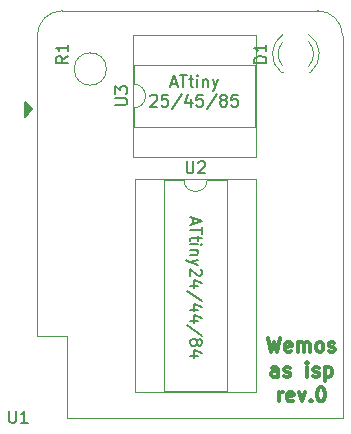
<source format=gbr>
G04 #@! TF.GenerationSoftware,KiCad,Pcbnew,(5.1.9)-1*
G04 #@! TF.CreationDate,2024-02-11T16:19:47+01:00*
G04 #@! TF.ProjectId,wemos_as_isp_0,77656d6f-735f-4617-935f-6973705f302e,rev?*
G04 #@! TF.SameCoordinates,Original*
G04 #@! TF.FileFunction,Legend,Top*
G04 #@! TF.FilePolarity,Positive*
%FSLAX46Y46*%
G04 Gerber Fmt 4.6, Leading zero omitted, Abs format (unit mm)*
G04 Created by KiCad (PCBNEW (5.1.9)-1) date 2024-02-11 16:19:47*
%MOMM*%
%LPD*%
G01*
G04 APERTURE LIST*
%ADD10C,0.150000*%
%ADD11C,0.300000*%
%ADD12C,0.120000*%
G04 APERTURE END LIST*
D10*
X142923809Y-71741666D02*
X143400000Y-71741666D01*
X142828571Y-72027380D02*
X143161904Y-71027380D01*
X143495238Y-72027380D01*
X143685714Y-71027380D02*
X144257142Y-71027380D01*
X143971428Y-72027380D02*
X143971428Y-71027380D01*
X144447619Y-71360714D02*
X144828571Y-71360714D01*
X144590476Y-71027380D02*
X144590476Y-71884523D01*
X144638095Y-71979761D01*
X144733333Y-72027380D01*
X144828571Y-72027380D01*
X145161904Y-72027380D02*
X145161904Y-71360714D01*
X145161904Y-71027380D02*
X145114285Y-71075000D01*
X145161904Y-71122619D01*
X145209523Y-71075000D01*
X145161904Y-71027380D01*
X145161904Y-71122619D01*
X145638095Y-71360714D02*
X145638095Y-72027380D01*
X145638095Y-71455952D02*
X145685714Y-71408333D01*
X145780952Y-71360714D01*
X145923809Y-71360714D01*
X146019047Y-71408333D01*
X146066666Y-71503571D01*
X146066666Y-72027380D01*
X146447619Y-71360714D02*
X146685714Y-72027380D01*
X146923809Y-71360714D02*
X146685714Y-72027380D01*
X146590476Y-72265476D01*
X146542857Y-72313095D01*
X146447619Y-72360714D01*
X141185714Y-72772619D02*
X141233333Y-72725000D01*
X141328571Y-72677380D01*
X141566666Y-72677380D01*
X141661904Y-72725000D01*
X141709523Y-72772619D01*
X141757142Y-72867857D01*
X141757142Y-72963095D01*
X141709523Y-73105952D01*
X141138095Y-73677380D01*
X141757142Y-73677380D01*
X142661904Y-72677380D02*
X142185714Y-72677380D01*
X142138095Y-73153571D01*
X142185714Y-73105952D01*
X142280952Y-73058333D01*
X142519047Y-73058333D01*
X142614285Y-73105952D01*
X142661904Y-73153571D01*
X142709523Y-73248809D01*
X142709523Y-73486904D01*
X142661904Y-73582142D01*
X142614285Y-73629761D01*
X142519047Y-73677380D01*
X142280952Y-73677380D01*
X142185714Y-73629761D01*
X142138095Y-73582142D01*
X143852380Y-72629761D02*
X142995238Y-73915476D01*
X144614285Y-73010714D02*
X144614285Y-73677380D01*
X144376190Y-72629761D02*
X144138095Y-73344047D01*
X144757142Y-73344047D01*
X145614285Y-72677380D02*
X145138095Y-72677380D01*
X145090476Y-73153571D01*
X145138095Y-73105952D01*
X145233333Y-73058333D01*
X145471428Y-73058333D01*
X145566666Y-73105952D01*
X145614285Y-73153571D01*
X145661904Y-73248809D01*
X145661904Y-73486904D01*
X145614285Y-73582142D01*
X145566666Y-73629761D01*
X145471428Y-73677380D01*
X145233333Y-73677380D01*
X145138095Y-73629761D01*
X145090476Y-73582142D01*
X146804761Y-72629761D02*
X145947619Y-73915476D01*
X147280952Y-73105952D02*
X147185714Y-73058333D01*
X147138095Y-73010714D01*
X147090476Y-72915476D01*
X147090476Y-72867857D01*
X147138095Y-72772619D01*
X147185714Y-72725000D01*
X147280952Y-72677380D01*
X147471428Y-72677380D01*
X147566666Y-72725000D01*
X147614285Y-72772619D01*
X147661904Y-72867857D01*
X147661904Y-72915476D01*
X147614285Y-73010714D01*
X147566666Y-73058333D01*
X147471428Y-73105952D01*
X147280952Y-73105952D01*
X147185714Y-73153571D01*
X147138095Y-73201190D01*
X147090476Y-73296428D01*
X147090476Y-73486904D01*
X147138095Y-73582142D01*
X147185714Y-73629761D01*
X147280952Y-73677380D01*
X147471428Y-73677380D01*
X147566666Y-73629761D01*
X147614285Y-73582142D01*
X147661904Y-73486904D01*
X147661904Y-73296428D01*
X147614285Y-73201190D01*
X147566666Y-73153571D01*
X147471428Y-73105952D01*
X148566666Y-72677380D02*
X148090476Y-72677380D01*
X148042857Y-73153571D01*
X148090476Y-73105952D01*
X148185714Y-73058333D01*
X148423809Y-73058333D01*
X148519047Y-73105952D01*
X148566666Y-73153571D01*
X148614285Y-73248809D01*
X148614285Y-73486904D01*
X148566666Y-73582142D01*
X148519047Y-73629761D01*
X148423809Y-73677380D01*
X148185714Y-73677380D01*
X148090476Y-73629761D01*
X148042857Y-73582142D01*
X144833333Y-83119047D02*
X144833333Y-83595238D01*
X144547619Y-83023809D02*
X145547619Y-83357142D01*
X144547619Y-83690476D01*
X145547619Y-83880952D02*
X145547619Y-84452380D01*
X144547619Y-84166666D02*
X145547619Y-84166666D01*
X145214285Y-84642857D02*
X145214285Y-85023809D01*
X145547619Y-84785714D02*
X144690476Y-84785714D01*
X144595238Y-84833333D01*
X144547619Y-84928571D01*
X144547619Y-85023809D01*
X144547619Y-85357142D02*
X145214285Y-85357142D01*
X145547619Y-85357142D02*
X145500000Y-85309523D01*
X145452380Y-85357142D01*
X145500000Y-85404761D01*
X145547619Y-85357142D01*
X145452380Y-85357142D01*
X145214285Y-85833333D02*
X144547619Y-85833333D01*
X145119047Y-85833333D02*
X145166666Y-85880952D01*
X145214285Y-85976190D01*
X145214285Y-86119047D01*
X145166666Y-86214285D01*
X145071428Y-86261904D01*
X144547619Y-86261904D01*
X145214285Y-86642857D02*
X144547619Y-86880952D01*
X145214285Y-87119047D02*
X144547619Y-86880952D01*
X144309523Y-86785714D01*
X144261904Y-86738095D01*
X144214285Y-86642857D01*
X145452380Y-87452380D02*
X145500000Y-87500000D01*
X145547619Y-87595238D01*
X145547619Y-87833333D01*
X145500000Y-87928571D01*
X145452380Y-87976190D01*
X145357142Y-88023809D01*
X145261904Y-88023809D01*
X145119047Y-87976190D01*
X144547619Y-87404761D01*
X144547619Y-88023809D01*
X145214285Y-88880952D02*
X144547619Y-88880952D01*
X145595238Y-88642857D02*
X144880952Y-88404761D01*
X144880952Y-89023809D01*
X145595238Y-90119047D02*
X144309523Y-89261904D01*
X145214285Y-90880952D02*
X144547619Y-90880952D01*
X145595238Y-90642857D02*
X144880952Y-90404761D01*
X144880952Y-91023809D01*
X145214285Y-91833333D02*
X144547619Y-91833333D01*
X145595238Y-91595238D02*
X144880952Y-91357142D01*
X144880952Y-91976190D01*
X145595238Y-93071428D02*
X144309523Y-92214285D01*
X145119047Y-93547619D02*
X145166666Y-93452380D01*
X145214285Y-93404761D01*
X145309523Y-93357142D01*
X145357142Y-93357142D01*
X145452380Y-93404761D01*
X145500000Y-93452380D01*
X145547619Y-93547619D01*
X145547619Y-93738095D01*
X145500000Y-93833333D01*
X145452380Y-93880952D01*
X145357142Y-93928571D01*
X145309523Y-93928571D01*
X145214285Y-93880952D01*
X145166666Y-93833333D01*
X145119047Y-93738095D01*
X145119047Y-93547619D01*
X145071428Y-93452380D01*
X145023809Y-93404761D01*
X144928571Y-93357142D01*
X144738095Y-93357142D01*
X144642857Y-93404761D01*
X144595238Y-93452380D01*
X144547619Y-93547619D01*
X144547619Y-93738095D01*
X144595238Y-93833333D01*
X144642857Y-93880952D01*
X144738095Y-93928571D01*
X144928571Y-93928571D01*
X145023809Y-93880952D01*
X145071428Y-93833333D01*
X145119047Y-93738095D01*
X145214285Y-94785714D02*
X144547619Y-94785714D01*
X145595238Y-94547619D02*
X144880952Y-94309523D01*
X144880952Y-94928571D01*
D11*
X151142857Y-93242857D02*
X151428571Y-94442857D01*
X151657142Y-93585714D01*
X151885714Y-94442857D01*
X152171428Y-93242857D01*
X153085714Y-94385714D02*
X152971428Y-94442857D01*
X152742857Y-94442857D01*
X152628571Y-94385714D01*
X152571428Y-94271428D01*
X152571428Y-93814285D01*
X152628571Y-93700000D01*
X152742857Y-93642857D01*
X152971428Y-93642857D01*
X153085714Y-93700000D01*
X153142857Y-93814285D01*
X153142857Y-93928571D01*
X152571428Y-94042857D01*
X153657142Y-94442857D02*
X153657142Y-93642857D01*
X153657142Y-93757142D02*
X153714285Y-93700000D01*
X153828571Y-93642857D01*
X154000000Y-93642857D01*
X154114285Y-93700000D01*
X154171428Y-93814285D01*
X154171428Y-94442857D01*
X154171428Y-93814285D02*
X154228571Y-93700000D01*
X154342857Y-93642857D01*
X154514285Y-93642857D01*
X154628571Y-93700000D01*
X154685714Y-93814285D01*
X154685714Y-94442857D01*
X155428571Y-94442857D02*
X155314285Y-94385714D01*
X155257142Y-94328571D01*
X155200000Y-94214285D01*
X155200000Y-93871428D01*
X155257142Y-93757142D01*
X155314285Y-93700000D01*
X155428571Y-93642857D01*
X155600000Y-93642857D01*
X155714285Y-93700000D01*
X155771428Y-93757142D01*
X155828571Y-93871428D01*
X155828571Y-94214285D01*
X155771428Y-94328571D01*
X155714285Y-94385714D01*
X155600000Y-94442857D01*
X155428571Y-94442857D01*
X156285714Y-94385714D02*
X156400000Y-94442857D01*
X156628571Y-94442857D01*
X156742857Y-94385714D01*
X156800000Y-94271428D01*
X156800000Y-94214285D01*
X156742857Y-94100000D01*
X156628571Y-94042857D01*
X156457142Y-94042857D01*
X156342857Y-93985714D01*
X156285714Y-93871428D01*
X156285714Y-93814285D01*
X156342857Y-93700000D01*
X156457142Y-93642857D01*
X156628571Y-93642857D01*
X156742857Y-93700000D01*
X152000000Y-96542857D02*
X152000000Y-95914285D01*
X151942857Y-95800000D01*
X151828571Y-95742857D01*
X151600000Y-95742857D01*
X151485714Y-95800000D01*
X152000000Y-96485714D02*
X151885714Y-96542857D01*
X151600000Y-96542857D01*
X151485714Y-96485714D01*
X151428571Y-96371428D01*
X151428571Y-96257142D01*
X151485714Y-96142857D01*
X151600000Y-96085714D01*
X151885714Y-96085714D01*
X152000000Y-96028571D01*
X152514285Y-96485714D02*
X152628571Y-96542857D01*
X152857142Y-96542857D01*
X152971428Y-96485714D01*
X153028571Y-96371428D01*
X153028571Y-96314285D01*
X152971428Y-96200000D01*
X152857142Y-96142857D01*
X152685714Y-96142857D01*
X152571428Y-96085714D01*
X152514285Y-95971428D01*
X152514285Y-95914285D01*
X152571428Y-95800000D01*
X152685714Y-95742857D01*
X152857142Y-95742857D01*
X152971428Y-95800000D01*
X154457142Y-96542857D02*
X154457142Y-95742857D01*
X154457142Y-95342857D02*
X154400000Y-95400000D01*
X154457142Y-95457142D01*
X154514285Y-95400000D01*
X154457142Y-95342857D01*
X154457142Y-95457142D01*
X154971428Y-96485714D02*
X155085714Y-96542857D01*
X155314285Y-96542857D01*
X155428571Y-96485714D01*
X155485714Y-96371428D01*
X155485714Y-96314285D01*
X155428571Y-96200000D01*
X155314285Y-96142857D01*
X155142857Y-96142857D01*
X155028571Y-96085714D01*
X154971428Y-95971428D01*
X154971428Y-95914285D01*
X155028571Y-95800000D01*
X155142857Y-95742857D01*
X155314285Y-95742857D01*
X155428571Y-95800000D01*
X156000000Y-95742857D02*
X156000000Y-96942857D01*
X156000000Y-95800000D02*
X156114285Y-95742857D01*
X156342857Y-95742857D01*
X156457142Y-95800000D01*
X156514285Y-95857142D01*
X156571428Y-95971428D01*
X156571428Y-96314285D01*
X156514285Y-96428571D01*
X156457142Y-96485714D01*
X156342857Y-96542857D01*
X156114285Y-96542857D01*
X156000000Y-96485714D01*
X152085714Y-98642857D02*
X152085714Y-97842857D01*
X152085714Y-98071428D02*
X152142857Y-97957142D01*
X152200000Y-97900000D01*
X152314285Y-97842857D01*
X152428571Y-97842857D01*
X153285714Y-98585714D02*
X153171428Y-98642857D01*
X152942857Y-98642857D01*
X152828571Y-98585714D01*
X152771428Y-98471428D01*
X152771428Y-98014285D01*
X152828571Y-97900000D01*
X152942857Y-97842857D01*
X153171428Y-97842857D01*
X153285714Y-97900000D01*
X153342857Y-98014285D01*
X153342857Y-98128571D01*
X152771428Y-98242857D01*
X153742857Y-97842857D02*
X154028571Y-98642857D01*
X154314285Y-97842857D01*
X154771428Y-98528571D02*
X154828571Y-98585714D01*
X154771428Y-98642857D01*
X154714285Y-98585714D01*
X154771428Y-98528571D01*
X154771428Y-98642857D01*
X155571428Y-97442857D02*
X155685714Y-97442857D01*
X155800000Y-97500000D01*
X155857142Y-97557142D01*
X155914285Y-97671428D01*
X155971428Y-97900000D01*
X155971428Y-98185714D01*
X155914285Y-98414285D01*
X155857142Y-98528571D01*
X155800000Y-98585714D01*
X155685714Y-98642857D01*
X155571428Y-98642857D01*
X155457142Y-98585714D01*
X155400000Y-98528571D01*
X155342857Y-98414285D01*
X155285714Y-98185714D01*
X155285714Y-97900000D01*
X155342857Y-97671428D01*
X155400000Y-97557142D01*
X155457142Y-97500000D01*
X155571428Y-97442857D01*
D12*
X139770000Y-73790000D02*
X139770000Y-75440000D01*
X139770000Y-75440000D02*
X150050000Y-75440000D01*
X150050000Y-75440000D02*
X150050000Y-70140000D01*
X150050000Y-70140000D02*
X139770000Y-70140000D01*
X139770000Y-70140000D02*
X139770000Y-71790000D01*
X139710000Y-77930000D02*
X150110000Y-77930000D01*
X150110000Y-77930000D02*
X150110000Y-67650000D01*
X150110000Y-67650000D02*
X139710000Y-67650000D01*
X139710000Y-67650000D02*
X139710000Y-77930000D01*
X139770000Y-71790000D02*
G75*
G02*
X139770000Y-73790000I0J-1000000D01*
G01*
X144010000Y-79870000D02*
X142360000Y-79870000D01*
X142360000Y-79870000D02*
X142360000Y-97770000D01*
X142360000Y-97770000D02*
X147660000Y-97770000D01*
X147660000Y-97770000D02*
X147660000Y-79870000D01*
X147660000Y-79870000D02*
X146010000Y-79870000D01*
X139870000Y-79810000D02*
X139870000Y-97830000D01*
X139870000Y-97830000D02*
X150150000Y-97830000D01*
X150150000Y-97830000D02*
X150150000Y-79810000D01*
X150150000Y-79810000D02*
X139870000Y-79810000D01*
X146010000Y-79870000D02*
G75*
G02*
X144010000Y-79870000I-1000000J0D01*
G01*
X137470000Y-70500000D02*
G75*
G03*
X137470000Y-70500000I-1370000J0D01*
G01*
X136100000Y-69130000D02*
X136100000Y-69060000D01*
X152264000Y-70790000D02*
X152420000Y-70790000D01*
X154580000Y-70790000D02*
X154736000Y-70790000D01*
X154579837Y-68188870D02*
G75*
G02*
X154580000Y-70270961I-1079837J-1041130D01*
G01*
X152420163Y-68188870D02*
G75*
G03*
X152420000Y-70270961I1079837J-1041130D01*
G01*
X154578608Y-67557665D02*
G75*
G02*
X154735516Y-70790000I-1078608J-1672335D01*
G01*
X152421392Y-67557665D02*
G75*
G03*
X152264484Y-70790000I1078608J-1672335D01*
G01*
X134140000Y-93120000D02*
X134140000Y-100020000D01*
X131600000Y-93120000D02*
X134140000Y-93120000D01*
D10*
G36*
X130560000Y-73265000D02*
G01*
X130560000Y-74535000D01*
X131195000Y-73900000D01*
X130560000Y-73265000D01*
G37*
X130560000Y-73265000D02*
X130560000Y-74535000D01*
X131195000Y-73900000D01*
X130560000Y-73265000D01*
D12*
X155340000Y-65560000D02*
X133730000Y-65560000D01*
X157460000Y-100020000D02*
X157460000Y-67690000D01*
X131600000Y-93120000D02*
X131600000Y-67690000D01*
X134140000Y-100020000D02*
X157460000Y-100020000D01*
X155330000Y-65560000D02*
G75*
G02*
X157460000Y-67690000I0J-2130000D01*
G01*
X131600000Y-67690000D02*
G75*
G02*
X133730000Y-65560000I2130000J0D01*
G01*
D10*
X138222380Y-73551904D02*
X139031904Y-73551904D01*
X139127142Y-73504285D01*
X139174761Y-73456666D01*
X139222380Y-73361428D01*
X139222380Y-73170952D01*
X139174761Y-73075714D01*
X139127142Y-73028095D01*
X139031904Y-72980476D01*
X138222380Y-72980476D01*
X138222380Y-72599523D02*
X138222380Y-71980476D01*
X138603333Y-72313809D01*
X138603333Y-72170952D01*
X138650952Y-72075714D01*
X138698571Y-72028095D01*
X138793809Y-71980476D01*
X139031904Y-71980476D01*
X139127142Y-72028095D01*
X139174761Y-72075714D01*
X139222380Y-72170952D01*
X139222380Y-72456666D01*
X139174761Y-72551904D01*
X139127142Y-72599523D01*
X144248095Y-78322380D02*
X144248095Y-79131904D01*
X144295714Y-79227142D01*
X144343333Y-79274761D01*
X144438571Y-79322380D01*
X144629047Y-79322380D01*
X144724285Y-79274761D01*
X144771904Y-79227142D01*
X144819523Y-79131904D01*
X144819523Y-78322380D01*
X145248095Y-78417619D02*
X145295714Y-78370000D01*
X145390952Y-78322380D01*
X145629047Y-78322380D01*
X145724285Y-78370000D01*
X145771904Y-78417619D01*
X145819523Y-78512857D01*
X145819523Y-78608095D01*
X145771904Y-78750952D01*
X145200476Y-79322380D01*
X145819523Y-79322380D01*
X134182380Y-69396666D02*
X133706190Y-69730000D01*
X134182380Y-69968095D02*
X133182380Y-69968095D01*
X133182380Y-69587142D01*
X133230000Y-69491904D01*
X133277619Y-69444285D01*
X133372857Y-69396666D01*
X133515714Y-69396666D01*
X133610952Y-69444285D01*
X133658571Y-69491904D01*
X133706190Y-69587142D01*
X133706190Y-69968095D01*
X134182380Y-68444285D02*
X134182380Y-69015714D01*
X134182380Y-68730000D02*
X133182380Y-68730000D01*
X133325238Y-68825238D01*
X133420476Y-68920476D01*
X133468095Y-69015714D01*
X150992380Y-69968095D02*
X149992380Y-69968095D01*
X149992380Y-69730000D01*
X150040000Y-69587142D01*
X150135238Y-69491904D01*
X150230476Y-69444285D01*
X150420952Y-69396666D01*
X150563809Y-69396666D01*
X150754285Y-69444285D01*
X150849523Y-69491904D01*
X150944761Y-69587142D01*
X150992380Y-69730000D01*
X150992380Y-69968095D01*
X150992380Y-68444285D02*
X150992380Y-69015714D01*
X150992380Y-68730000D02*
X149992380Y-68730000D01*
X150135238Y-68825238D01*
X150230476Y-68920476D01*
X150278095Y-69015714D01*
X129238095Y-99452380D02*
X129238095Y-100261904D01*
X129285714Y-100357142D01*
X129333333Y-100404761D01*
X129428571Y-100452380D01*
X129619047Y-100452380D01*
X129714285Y-100404761D01*
X129761904Y-100357142D01*
X129809523Y-100261904D01*
X129809523Y-99452380D01*
X130809523Y-100452380D02*
X130238095Y-100452380D01*
X130523809Y-100452380D02*
X130523809Y-99452380D01*
X130428571Y-99595238D01*
X130333333Y-99690476D01*
X130238095Y-99738095D01*
M02*

</source>
